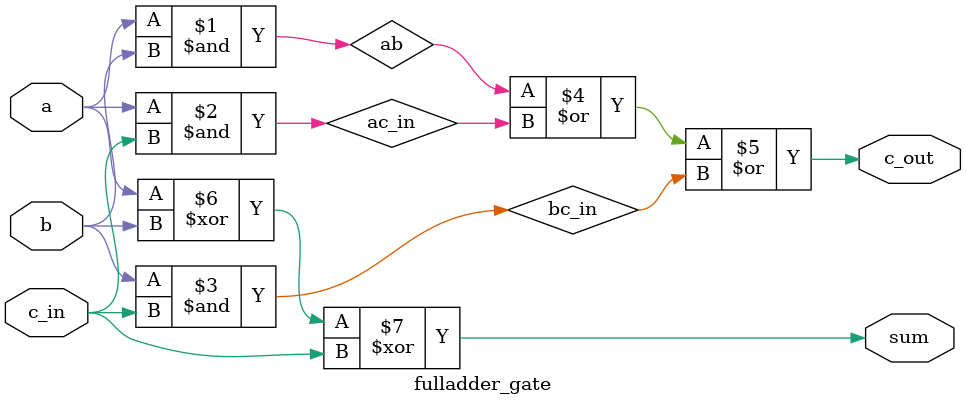
<source format=v>
module fulladder_gate (a, b, c_in, c_out, sum);

  input a, b, c_in;
  output c_out, sum;
  wire ab, ac_in, bc_in;

  and (ab, a, b);
  and (ac_in, a, c_in);
  and (bc_in, b, c_in);
  or (c_out, ab, ac_in, bc_in);
  xor (sum, a, b, c_in);

endmodule
</source>
